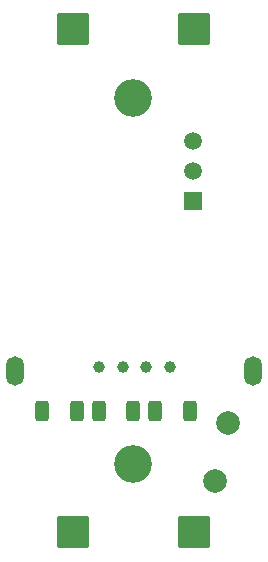
<source format=gbr>
G04 #@! TF.GenerationSoftware,KiCad,Pcbnew,(6.0.2)*
G04 #@! TF.CreationDate,2022-02-18T16:46:10+01:00*
G04 #@! TF.ProjectId,nordic-switch,6e6f7264-6963-42d7-9377-697463682e6b,1.1*
G04 #@! TF.SameCoordinates,Original*
G04 #@! TF.FileFunction,Soldermask,Bot*
G04 #@! TF.FilePolarity,Negative*
%FSLAX46Y46*%
G04 Gerber Fmt 4.6, Leading zero omitted, Abs format (unit mm)*
G04 Created by KiCad (PCBNEW (6.0.2)) date 2022-02-18 16:46:10*
%MOMM*%
%LPD*%
G01*
G04 APERTURE LIST*
G04 Aperture macros list*
%AMRoundRect*
0 Rectangle with rounded corners*
0 $1 Rounding radius*
0 $2 $3 $4 $5 $6 $7 $8 $9 X,Y pos of 4 corners*
0 Add a 4 corners polygon primitive as box body*
4,1,4,$2,$3,$4,$5,$6,$7,$8,$9,$2,$3,0*
0 Add four circle primitives for the rounded corners*
1,1,$1+$1,$2,$3*
1,1,$1+$1,$4,$5*
1,1,$1+$1,$6,$7*
1,1,$1+$1,$8,$9*
0 Add four rect primitives between the rounded corners*
20,1,$1+$1,$2,$3,$4,$5,0*
20,1,$1+$1,$4,$5,$6,$7,0*
20,1,$1+$1,$6,$7,$8,$9,0*
20,1,$1+$1,$8,$9,$2,$3,0*%
G04 Aperture macros list end*
%ADD10RoundRect,0.250000X-1.125000X-1.125000X1.125000X-1.125000X1.125000X1.125000X-1.125000X1.125000X0*%
%ADD11R,1.500000X1.500000*%
%ADD12C,1.500000*%
%ADD13C,3.200000*%
%ADD14O,1.500000X2.500000*%
%ADD15C,1.000000*%
%ADD16C,2.000000*%
%ADD17RoundRect,0.250000X-0.312500X-0.625000X0.312500X-0.625000X0.312500X0.625000X-0.312500X0.625000X0*%
G04 APERTURE END LIST*
D10*
X149500000Y-78400000D03*
X139300000Y-121000000D03*
X149500000Y-121000000D03*
X139300000Y-78400000D03*
D11*
X149460000Y-92940000D03*
D12*
X149460000Y-90400000D03*
X149460000Y-87860000D03*
D13*
X144400000Y-84250000D03*
X144400000Y-115250000D03*
D14*
X154500000Y-107300000D03*
X134400000Y-107300000D03*
D15*
X143500000Y-107000000D03*
X145500000Y-107000000D03*
X141500000Y-107000000D03*
D16*
X152405141Y-111740509D03*
X151272133Y-116692558D03*
D17*
X146275000Y-110700000D03*
X149200000Y-110700000D03*
X141475000Y-110700000D03*
X144400000Y-110700000D03*
D15*
X147500000Y-107000000D03*
D17*
X136675000Y-110700000D03*
X139600000Y-110700000D03*
M02*

</source>
